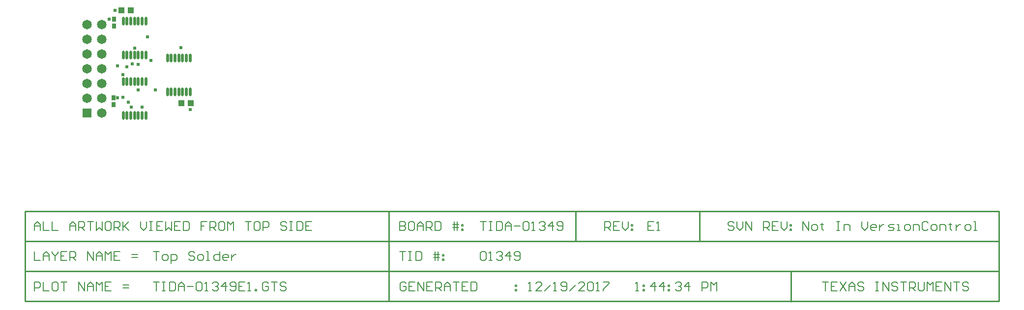
<source format=gts>
G04 Layer_Color=8388736*
%FSAX25Y25*%
%MOIN*%
G70*
G01*
G75*
%ADD14C,0.00800*%
%ADD16C,0.01000*%
%ADD27O,0.02165X0.05905*%
%ADD28R,0.04331X0.04134*%
%ADD29R,0.02756X0.03543*%
%ADD30C,0.06496*%
%ADD31R,0.06496X0.06496*%
%ADD32C,0.02394*%
G54D14*
X0126900Y0073549D02*
X0130899D01*
X0128899D01*
Y0067551D01*
X0133898D02*
X0135897D01*
X0136897Y0068550D01*
Y0070550D01*
X0135897Y0071549D01*
X0133898D01*
X0132898Y0070550D01*
Y0068550D01*
X0133898Y0067551D01*
X0138896Y0065551D02*
Y0071549D01*
X0141895D01*
X0142895Y0070550D01*
Y0068550D01*
X0141895Y0067551D01*
X0138896D01*
X0154891Y0072549D02*
X0153891Y0073549D01*
X0151892D01*
X0150892Y0072549D01*
Y0071549D01*
X0151892Y0070550D01*
X0153891D01*
X0154891Y0069550D01*
Y0068550D01*
X0153891Y0067551D01*
X0151892D01*
X0150892Y0068550D01*
X0157890Y0067551D02*
X0159889D01*
X0160889Y0068550D01*
Y0070550D01*
X0159889Y0071549D01*
X0157890D01*
X0156890Y0070550D01*
Y0068550D01*
X0157890Y0067551D01*
X0162888D02*
X0164888D01*
X0163888D01*
Y0073549D01*
X0162888D01*
X0171885D02*
Y0067551D01*
X0168886D01*
X0167887Y0068550D01*
Y0070550D01*
X0168886Y0071549D01*
X0171885D01*
X0176884Y0067551D02*
X0174884D01*
X0173885Y0068550D01*
Y0070550D01*
X0174884Y0071549D01*
X0176884D01*
X0177884Y0070550D01*
Y0069550D01*
X0173885D01*
X0179883Y0071549D02*
Y0067551D01*
Y0069550D01*
X0180883Y0070550D01*
X0181882Y0071549D01*
X0182882D01*
X0126900Y0073549D02*
X0130899D01*
X0128899D01*
Y0067551D01*
X0133898D02*
X0135897D01*
X0136897Y0068550D01*
Y0070550D01*
X0135897Y0071549D01*
X0133898D01*
X0132898Y0070550D01*
Y0068550D01*
X0133898Y0067551D01*
X0138896Y0065551D02*
Y0071549D01*
X0141895D01*
X0142895Y0070550D01*
Y0068550D01*
X0141895Y0067551D01*
X0138896D01*
X0154891Y0072549D02*
X0153891Y0073549D01*
X0151892D01*
X0150892Y0072549D01*
Y0071549D01*
X0151892Y0070550D01*
X0153891D01*
X0154891Y0069550D01*
Y0068550D01*
X0153891Y0067551D01*
X0151892D01*
X0150892Y0068550D01*
X0157890Y0067551D02*
X0159889D01*
X0160889Y0068550D01*
Y0070550D01*
X0159889Y0071549D01*
X0157890D01*
X0156890Y0070550D01*
Y0068550D01*
X0157890Y0067551D01*
X0162888D02*
X0164888D01*
X0163888D01*
Y0073549D01*
X0162888D01*
X0171885D02*
Y0067551D01*
X0168886D01*
X0167887Y0068550D01*
Y0070550D01*
X0168886Y0071549D01*
X0171885D01*
X0176884Y0067551D02*
X0174884D01*
X0173885Y0068550D01*
Y0070550D01*
X0174884Y0071549D01*
X0176884D01*
X0177884Y0070550D01*
Y0069550D01*
X0173885D01*
X0179883Y0071549D02*
Y0067551D01*
Y0069550D01*
X0180883Y0070550D01*
X0181882Y0071549D01*
X0182882D01*
X0567400Y0087833D02*
Y0093831D01*
X0571399Y0087833D01*
Y0093831D01*
X0574398Y0087833D02*
X0576397D01*
X0577397Y0088833D01*
Y0090832D01*
X0576397Y0091832D01*
X0574398D01*
X0573398Y0090832D01*
Y0088833D01*
X0574398Y0087833D01*
X0580396Y0092832D02*
Y0091832D01*
X0579396D01*
X0581395D01*
X0580396D01*
Y0088833D01*
X0581395Y0087833D01*
X0590393Y0093831D02*
X0592392D01*
X0591392D01*
Y0087833D01*
X0590393D01*
X0592392D01*
X0595391D02*
Y0091832D01*
X0598390D01*
X0599390Y0090832D01*
Y0087833D01*
X0607387Y0093831D02*
Y0089833D01*
X0609386Y0087833D01*
X0611386Y0089833D01*
Y0093831D01*
X0616384Y0087833D02*
X0614385D01*
X0613385Y0088833D01*
Y0090832D01*
X0614385Y0091832D01*
X0616384D01*
X0617384Y0090832D01*
Y0089833D01*
X0613385D01*
X0619383Y0091832D02*
Y0087833D01*
Y0089833D01*
X0620383Y0090832D01*
X0621383Y0091832D01*
X0622382D01*
X0625381Y0087833D02*
X0628380D01*
X0629380Y0088833D01*
X0628380Y0089833D01*
X0626381D01*
X0625381Y0090832D01*
X0626381Y0091832D01*
X0629380D01*
X0631379Y0087833D02*
X0633379D01*
X0632379D01*
Y0091832D01*
X0631379D01*
X0637377Y0087833D02*
X0639377D01*
X0640376Y0088833D01*
Y0090832D01*
X0639377Y0091832D01*
X0637377D01*
X0636378Y0090832D01*
Y0088833D01*
X0637377Y0087833D01*
X0642376D02*
Y0091832D01*
X0645375D01*
X0646374Y0090832D01*
Y0087833D01*
X0652373Y0092832D02*
X0651373Y0093831D01*
X0649373D01*
X0648374Y0092832D01*
Y0088833D01*
X0649373Y0087833D01*
X0651373D01*
X0652373Y0088833D01*
X0655372Y0087833D02*
X0657371D01*
X0658371Y0088833D01*
Y0090832D01*
X0657371Y0091832D01*
X0655372D01*
X0654372Y0090832D01*
Y0088833D01*
X0655372Y0087833D01*
X0660370D02*
Y0091832D01*
X0663369D01*
X0664369Y0090832D01*
Y0087833D01*
X0667368Y0092832D02*
Y0091832D01*
X0666368D01*
X0668367D01*
X0667368D01*
Y0088833D01*
X0668367Y0087833D01*
X0671366Y0091832D02*
Y0087833D01*
Y0089833D01*
X0672366Y0090832D01*
X0673366Y0091832D01*
X0674365D01*
X0678364Y0087833D02*
X0680364D01*
X0681363Y0088833D01*
Y0090832D01*
X0680364Y0091832D01*
X0678364D01*
X0677364Y0090832D01*
Y0088833D01*
X0678364Y0087833D01*
X0683362D02*
X0685362D01*
X0684362D01*
Y0093831D01*
X0683362D01*
X0520799Y0092832D02*
X0519799Y0093831D01*
X0517800D01*
X0516800Y0092832D01*
Y0091832D01*
X0517800Y0090832D01*
X0519799D01*
X0520799Y0089833D01*
Y0088833D01*
X0519799Y0087833D01*
X0517800D01*
X0516800Y0088833D01*
X0522798Y0093831D02*
Y0089833D01*
X0524797Y0087833D01*
X0526797Y0089833D01*
Y0093831D01*
X0528796Y0087833D02*
Y0093831D01*
X0532795Y0087833D01*
Y0093831D01*
X0540792Y0087833D02*
Y0093831D01*
X0543791D01*
X0544791Y0092832D01*
Y0090832D01*
X0543791Y0089833D01*
X0540792D01*
X0542792D02*
X0544791Y0087833D01*
X0550789Y0093831D02*
X0546790D01*
Y0087833D01*
X0550789D01*
X0546790Y0090832D02*
X0548790D01*
X0552788Y0093831D02*
Y0089833D01*
X0554788Y0087833D01*
X0556787Y0089833D01*
Y0093831D01*
X0558786Y0091832D02*
X0559786D01*
Y0090832D01*
X0558786D01*
Y0091832D01*
Y0088833D02*
X0559786D01*
Y0087833D01*
X0558786D01*
Y0088833D01*
X0433000Y0087833D02*
Y0093831D01*
X0435999D01*
X0436999Y0092832D01*
Y0090832D01*
X0435999Y0089833D01*
X0433000D01*
X0434999D02*
X0436999Y0087833D01*
X0442997Y0093831D02*
X0438998D01*
Y0087833D01*
X0442997D01*
X0438998Y0090832D02*
X0440997D01*
X0444996Y0093831D02*
Y0089833D01*
X0446995Y0087833D01*
X0448995Y0089833D01*
Y0093831D01*
X0450994Y0091832D02*
X0451994D01*
Y0090832D01*
X0450994D01*
Y0091832D01*
Y0088833D02*
X0451994D01*
Y0087833D01*
X0450994D01*
Y0088833D01*
X0126900Y0052965D02*
X0130899D01*
X0128899D01*
Y0046966D01*
X0132898Y0052965D02*
X0134897D01*
X0133898D01*
Y0046966D01*
X0132898D01*
X0134897D01*
X0137896Y0052965D02*
Y0046966D01*
X0140895D01*
X0141895Y0047966D01*
Y0051965D01*
X0140895Y0052965D01*
X0137896D01*
X0143895Y0046966D02*
Y0050965D01*
X0145894Y0052965D01*
X0147893Y0050965D01*
Y0046966D01*
Y0049966D01*
X0143895D01*
X0149893D02*
X0153891D01*
X0155891Y0051965D02*
X0156890Y0052965D01*
X0158890D01*
X0159889Y0051965D01*
Y0047966D01*
X0158890Y0046966D01*
X0156890D01*
X0155891Y0047966D01*
Y0051965D01*
X0161889Y0046966D02*
X0163888D01*
X0162888D01*
Y0052965D01*
X0161889Y0051965D01*
X0166887D02*
X0167887Y0052965D01*
X0169886D01*
X0170886Y0051965D01*
Y0050965D01*
X0169886Y0049966D01*
X0168886D01*
X0169886D01*
X0170886Y0048966D01*
Y0047966D01*
X0169886Y0046966D01*
X0167887D01*
X0166887Y0047966D01*
X0175884Y0046966D02*
Y0052965D01*
X0172885Y0049966D01*
X0176884D01*
X0178883Y0047966D02*
X0179883Y0046966D01*
X0181882D01*
X0182882Y0047966D01*
Y0051965D01*
X0181882Y0052965D01*
X0179883D01*
X0178883Y0051965D01*
Y0050965D01*
X0179883Y0049966D01*
X0182882D01*
X0188880Y0052965D02*
X0184881D01*
Y0046966D01*
X0188880D01*
X0184881Y0049966D02*
X0186881D01*
X0190879Y0046966D02*
X0192879D01*
X0191879D01*
Y0052965D01*
X0190879Y0051965D01*
X0195878Y0046966D02*
Y0047966D01*
X0196877D01*
Y0046966D01*
X0195878D01*
X0204875Y0051965D02*
X0203875Y0052965D01*
X0201876D01*
X0200876Y0051965D01*
Y0047966D01*
X0201876Y0046966D01*
X0203875D01*
X0204875Y0047966D01*
Y0049966D01*
X0202875D01*
X0206874Y0052965D02*
X0210873D01*
X0208874D01*
Y0046966D01*
X0216871Y0051965D02*
X0215871Y0052965D01*
X0213872D01*
X0212872Y0051965D01*
Y0050965D01*
X0213872Y0049966D01*
X0215871D01*
X0216871Y0048966D01*
Y0047966D01*
X0215871Y0046966D01*
X0213872D01*
X0212872Y0047966D01*
X0381150Y0046966D02*
X0383149D01*
X0382150D01*
Y0052965D01*
X0381150Y0051965D01*
X0390147Y0046966D02*
X0386148D01*
X0390147Y0050965D01*
Y0051965D01*
X0389147Y0052965D01*
X0387148D01*
X0386148Y0051965D01*
X0392146Y0046966D02*
X0396145Y0050965D01*
X0398145Y0046966D02*
X0400144D01*
X0399144D01*
Y0052965D01*
X0398145Y0051965D01*
X0403143Y0047966D02*
X0404143Y0046966D01*
X0406142D01*
X0407142Y0047966D01*
Y0051965D01*
X0406142Y0052965D01*
X0404143D01*
X0403143Y0051965D01*
Y0050965D01*
X0404143Y0049966D01*
X0407142D01*
X0409141Y0046966D02*
X0413140Y0050965D01*
X0419138Y0046966D02*
X0415139D01*
X0419138Y0050965D01*
Y0051965D01*
X0418138Y0052965D01*
X0416139D01*
X0415139Y0051965D01*
X0421137D02*
X0422137Y0052965D01*
X0424136D01*
X0425136Y0051965D01*
Y0047966D01*
X0424136Y0046966D01*
X0422137D01*
X0421137Y0047966D01*
Y0051965D01*
X0427135Y0046966D02*
X0429135D01*
X0428135D01*
Y0052965D01*
X0427135Y0051965D01*
X0432133Y0052965D02*
X0436132D01*
Y0051965D01*
X0432133Y0047966D01*
Y0046966D01*
X0298199Y0051965D02*
X0297199Y0052965D01*
X0295200D01*
X0294200Y0051965D01*
Y0047966D01*
X0295200Y0046966D01*
X0297199D01*
X0298199Y0047966D01*
Y0049966D01*
X0296199D01*
X0304197Y0052965D02*
X0300198D01*
Y0046966D01*
X0304197D01*
X0300198Y0049966D02*
X0302197D01*
X0306196Y0046966D02*
Y0052965D01*
X0310195Y0046966D01*
Y0052965D01*
X0316193D02*
X0312194D01*
Y0046966D01*
X0316193D01*
X0312194Y0049966D02*
X0314194D01*
X0318192Y0046966D02*
Y0052965D01*
X0321191D01*
X0322191Y0051965D01*
Y0049966D01*
X0321191Y0048966D01*
X0318192D01*
X0320192D02*
X0322191Y0046966D01*
X0324190D02*
Y0050965D01*
X0326190Y0052965D01*
X0328189Y0050965D01*
Y0046966D01*
Y0049966D01*
X0324190D01*
X0330188Y0052965D02*
X0334187D01*
X0332188D01*
Y0046966D01*
X0340185Y0052965D02*
X0336186D01*
Y0046966D01*
X0340185D01*
X0336186Y0049966D02*
X0338186D01*
X0342184Y0052965D02*
Y0046966D01*
X0345183D01*
X0346183Y0047966D01*
Y0051965D01*
X0345183Y0052965D01*
X0342184D01*
X0372175Y0050965D02*
X0373175D01*
Y0049966D01*
X0372175D01*
Y0050965D01*
Y0047966D02*
X0373175D01*
Y0046966D01*
X0372175D01*
Y0047966D01*
X0046350Y0087833D02*
Y0091832D01*
X0048349Y0093831D01*
X0050349Y0091832D01*
Y0087833D01*
Y0090832D01*
X0046350D01*
X0052348Y0093831D02*
Y0087833D01*
X0056347D01*
X0058346Y0093831D02*
Y0087833D01*
X0062345D01*
X0070342D02*
Y0091832D01*
X0072342Y0093831D01*
X0074341Y0091832D01*
Y0087833D01*
Y0090832D01*
X0070342D01*
X0076340Y0087833D02*
Y0093831D01*
X0079339D01*
X0080339Y0092832D01*
Y0090832D01*
X0079339Y0089833D01*
X0076340D01*
X0078340D02*
X0080339Y0087833D01*
X0082338Y0093831D02*
X0086337D01*
X0084338D01*
Y0087833D01*
X0088336Y0093831D02*
Y0087833D01*
X0090336Y0089833D01*
X0092335Y0087833D01*
Y0093831D01*
X0097334D02*
X0095334D01*
X0094335Y0092832D01*
Y0088833D01*
X0095334Y0087833D01*
X0097334D01*
X0098333Y0088833D01*
Y0092832D01*
X0097334Y0093831D01*
X0100332Y0087833D02*
Y0093831D01*
X0103332D01*
X0104331Y0092832D01*
Y0090832D01*
X0103332Y0089833D01*
X0100332D01*
X0102332D02*
X0104331Y0087833D01*
X0106331Y0093831D02*
Y0087833D01*
Y0089833D01*
X0110329Y0093831D01*
X0107330Y0090832D01*
X0110329Y0087833D01*
X0118327Y0093831D02*
Y0089833D01*
X0120326Y0087833D01*
X0122325Y0089833D01*
Y0093831D01*
X0124325D02*
X0126324D01*
X0125324D01*
Y0087833D01*
X0124325D01*
X0126324D01*
X0133322Y0093831D02*
X0129323D01*
Y0087833D01*
X0133322D01*
X0129323Y0090832D02*
X0131323D01*
X0135321Y0093831D02*
Y0087833D01*
X0137321Y0089833D01*
X0139320Y0087833D01*
Y0093831D01*
X0145318D02*
X0141319D01*
Y0087833D01*
X0145318D01*
X0141319Y0090832D02*
X0143319D01*
X0147317Y0093831D02*
Y0087833D01*
X0150316D01*
X0151316Y0088833D01*
Y0092832D01*
X0150316Y0093831D01*
X0147317D01*
X0163312D02*
X0159313D01*
Y0090832D01*
X0161313D01*
X0159313D01*
Y0087833D01*
X0165312D02*
Y0093831D01*
X0168310D01*
X0169310Y0092832D01*
Y0090832D01*
X0168310Y0089833D01*
X0165312D01*
X0167311D02*
X0169310Y0087833D01*
X0174309Y0093831D02*
X0172309D01*
X0171310Y0092832D01*
Y0088833D01*
X0172309Y0087833D01*
X0174309D01*
X0175308Y0088833D01*
Y0092832D01*
X0174309Y0093831D01*
X0177308Y0087833D02*
Y0093831D01*
X0179307Y0091832D01*
X0181306Y0093831D01*
Y0087833D01*
X0189304Y0093831D02*
X0193303D01*
X0191303D01*
Y0087833D01*
X0198301Y0093831D02*
X0196301D01*
X0195302Y0092832D01*
Y0088833D01*
X0196301Y0087833D01*
X0198301D01*
X0199301Y0088833D01*
Y0092832D01*
X0198301Y0093831D01*
X0201300Y0087833D02*
Y0093831D01*
X0204299D01*
X0205299Y0092832D01*
Y0090832D01*
X0204299Y0089833D01*
X0201300D01*
X0217295Y0092832D02*
X0216295Y0093831D01*
X0214296D01*
X0213296Y0092832D01*
Y0091832D01*
X0214296Y0090832D01*
X0216295D01*
X0217295Y0089833D01*
Y0088833D01*
X0216295Y0087833D01*
X0214296D01*
X0213296Y0088833D01*
X0219294Y0093831D02*
X0221293D01*
X0220294D01*
Y0087833D01*
X0219294D01*
X0221293D01*
X0224292Y0093831D02*
Y0087833D01*
X0227291D01*
X0228291Y0088833D01*
Y0092832D01*
X0227291Y0093831D01*
X0224292D01*
X0234289D02*
X0230291D01*
Y0087833D01*
X0234289D01*
X0230291Y0090832D02*
X0232290D01*
X0466149Y0093831D02*
X0462150D01*
Y0087833D01*
X0466149D01*
X0462150Y0090832D02*
X0464149D01*
X0468148Y0087833D02*
X0470147D01*
X0469148D01*
Y0093831D01*
X0468148Y0092832D01*
X0348550Y0093831D02*
X0352549D01*
X0350549D01*
Y0087833D01*
X0354548Y0093831D02*
X0356547D01*
X0355548D01*
Y0087833D01*
X0354548D01*
X0356547D01*
X0359546Y0093831D02*
Y0087833D01*
X0362545D01*
X0363545Y0088833D01*
Y0092832D01*
X0362545Y0093831D01*
X0359546D01*
X0365545Y0087833D02*
Y0091832D01*
X0367544Y0093831D01*
X0369543Y0091832D01*
Y0087833D01*
Y0090832D01*
X0365545D01*
X0371543D02*
X0375541D01*
X0377541Y0092832D02*
X0378540Y0093831D01*
X0380540D01*
X0381539Y0092832D01*
Y0088833D01*
X0380540Y0087833D01*
X0378540D01*
X0377541Y0088833D01*
Y0092832D01*
X0383539Y0087833D02*
X0385538D01*
X0384538D01*
Y0093831D01*
X0383539Y0092832D01*
X0388537D02*
X0389537Y0093831D01*
X0391536D01*
X0392536Y0092832D01*
Y0091832D01*
X0391536Y0090832D01*
X0390536D01*
X0391536D01*
X0392536Y0089833D01*
Y0088833D01*
X0391536Y0087833D01*
X0389537D01*
X0388537Y0088833D01*
X0397534Y0087833D02*
Y0093831D01*
X0394535Y0090832D01*
X0398534D01*
X0400533Y0088833D02*
X0401533Y0087833D01*
X0403532D01*
X0404532Y0088833D01*
Y0092832D01*
X0403532Y0093831D01*
X0401533D01*
X0400533Y0092832D01*
Y0091832D01*
X0401533Y0090832D01*
X0404532D01*
X0294000Y0093831D02*
Y0087833D01*
X0296999D01*
X0297999Y0088833D01*
Y0089833D01*
X0296999Y0090832D01*
X0294000D01*
X0296999D01*
X0297999Y0091832D01*
Y0092832D01*
X0296999Y0093831D01*
X0294000D01*
X0302997D02*
X0300998D01*
X0299998Y0092832D01*
Y0088833D01*
X0300998Y0087833D01*
X0302997D01*
X0303997Y0088833D01*
Y0092832D01*
X0302997Y0093831D01*
X0305996Y0087833D02*
Y0091832D01*
X0307996Y0093831D01*
X0309995Y0091832D01*
Y0087833D01*
Y0090832D01*
X0305996D01*
X0311994Y0087833D02*
Y0093831D01*
X0314993D01*
X0315993Y0092832D01*
Y0090832D01*
X0314993Y0089833D01*
X0311994D01*
X0313994D02*
X0315993Y0087833D01*
X0317992Y0093831D02*
Y0087833D01*
X0320991D01*
X0321991Y0088833D01*
Y0092832D01*
X0320991Y0093831D01*
X0317992D01*
X0330988Y0087833D02*
Y0093831D01*
X0332987D02*
Y0087833D01*
X0329988Y0091832D02*
X0332987D01*
X0333987D01*
X0329988Y0089833D02*
X0333987D01*
X0335986Y0091832D02*
X0336986D01*
Y0090832D01*
X0335986D01*
Y0091832D01*
Y0088833D02*
X0336986D01*
Y0087833D01*
X0335986D01*
Y0088833D01*
X0046350Y0073549D02*
Y0067551D01*
X0050349D01*
X0052348D02*
Y0071549D01*
X0054347Y0073549D01*
X0056347Y0071549D01*
Y0067551D01*
Y0070550D01*
X0052348D01*
X0058346Y0073549D02*
Y0072549D01*
X0060346Y0070550D01*
X0062345Y0072549D01*
Y0073549D01*
X0060346Y0070550D02*
Y0067551D01*
X0068343Y0073549D02*
X0064344D01*
Y0067551D01*
X0068343D01*
X0064344Y0070550D02*
X0066343D01*
X0070342Y0067551D02*
Y0073549D01*
X0073341D01*
X0074341Y0072549D01*
Y0070550D01*
X0073341Y0069550D01*
X0070342D01*
X0072342D02*
X0074341Y0067551D01*
X0082338D02*
Y0073549D01*
X0086337Y0067551D01*
Y0073549D01*
X0088336Y0067551D02*
Y0071549D01*
X0090336Y0073549D01*
X0092335Y0071549D01*
Y0067551D01*
Y0070550D01*
X0088336D01*
X0094335Y0067551D02*
Y0073549D01*
X0096334Y0071549D01*
X0098333Y0073549D01*
Y0067551D01*
X0104331Y0073549D02*
X0100332D01*
Y0067551D01*
X0104331D01*
X0100332Y0070550D02*
X0102332D01*
X0112329Y0069550D02*
X0116327D01*
X0112329Y0071549D02*
X0116327D01*
X0046350Y0046966D02*
Y0052965D01*
X0049349D01*
X0050349Y0051965D01*
Y0049966D01*
X0049349Y0048966D01*
X0046350D01*
X0052348Y0052965D02*
Y0046966D01*
X0056347D01*
X0061345Y0052965D02*
X0059346D01*
X0058346Y0051965D01*
Y0047966D01*
X0059346Y0046966D01*
X0061345D01*
X0062345Y0047966D01*
Y0051965D01*
X0061345Y0052965D01*
X0064344D02*
X0068343D01*
X0066343D01*
Y0046966D01*
X0076340D02*
Y0052965D01*
X0080339Y0046966D01*
Y0052965D01*
X0082338Y0046966D02*
Y0050965D01*
X0084338Y0052965D01*
X0086337Y0050965D01*
Y0046966D01*
Y0049966D01*
X0082338D01*
X0088336Y0046966D02*
Y0052965D01*
X0090336Y0050965D01*
X0092335Y0052965D01*
Y0046966D01*
X0098333Y0052965D02*
X0094335D01*
Y0046966D01*
X0098333D01*
X0094335Y0049966D02*
X0096334D01*
X0106331Y0048966D02*
X0110329D01*
X0106331Y0050965D02*
X0110329D01*
X0454050Y0046966D02*
X0456049D01*
X0455050D01*
Y0052965D01*
X0454050Y0051965D01*
X0459048Y0050965D02*
X0460048D01*
Y0049966D01*
X0459048D01*
Y0050965D01*
Y0047966D02*
X0460048D01*
Y0046966D01*
X0459048D01*
Y0047966D01*
X0467046Y0046966D02*
Y0052965D01*
X0464047Y0049966D01*
X0468046D01*
X0473044Y0046966D02*
Y0052965D01*
X0470045Y0049966D01*
X0474044D01*
X0476043Y0050965D02*
X0477043D01*
Y0049966D01*
X0476043D01*
Y0050965D01*
Y0047966D02*
X0477043D01*
Y0046966D01*
X0476043D01*
Y0047966D01*
X0481041Y0051965D02*
X0482041Y0052965D01*
X0484040D01*
X0485040Y0051965D01*
Y0050965D01*
X0484040Y0049966D01*
X0483041D01*
X0484040D01*
X0485040Y0048966D01*
Y0047966D01*
X0484040Y0046966D01*
X0482041D01*
X0481041Y0047966D01*
X0490038Y0046966D02*
Y0052965D01*
X0487039Y0049966D01*
X0491038D01*
X0499035Y0046966D02*
Y0052965D01*
X0502035D01*
X0503034Y0051965D01*
Y0049966D01*
X0502035Y0048966D01*
X0499035D01*
X0505033Y0046966D02*
Y0052965D01*
X0507033Y0050965D01*
X0509032Y0052965D01*
Y0046966D01*
X0580500Y0052965D02*
X0584499D01*
X0582499D01*
Y0046966D01*
X0590497Y0052965D02*
X0586498D01*
Y0046966D01*
X0590497D01*
X0586498Y0049966D02*
X0588497D01*
X0592496Y0052965D02*
X0596495Y0046966D01*
Y0052965D02*
X0592496Y0046966D01*
X0598494D02*
Y0050965D01*
X0600493Y0052965D01*
X0602493Y0050965D01*
Y0046966D01*
Y0049966D01*
X0598494D01*
X0608491Y0051965D02*
X0607491Y0052965D01*
X0605492D01*
X0604492Y0051965D01*
Y0050965D01*
X0605492Y0049966D01*
X0607491D01*
X0608491Y0048966D01*
Y0047966D01*
X0607491Y0046966D01*
X0605492D01*
X0604492Y0047966D01*
X0616488Y0052965D02*
X0618488D01*
X0617488D01*
Y0046966D01*
X0616488D01*
X0618488D01*
X0621487D02*
Y0052965D01*
X0625486Y0046966D01*
Y0052965D01*
X0631484Y0051965D02*
X0630484Y0052965D01*
X0628484D01*
X0627485Y0051965D01*
Y0050965D01*
X0628484Y0049966D01*
X0630484D01*
X0631484Y0048966D01*
Y0047966D01*
X0630484Y0046966D01*
X0628484D01*
X0627485Y0047966D01*
X0633483Y0052965D02*
X0637482D01*
X0635482D01*
Y0046966D01*
X0639481D02*
Y0052965D01*
X0642480D01*
X0643480Y0051965D01*
Y0049966D01*
X0642480Y0048966D01*
X0639481D01*
X0641480D02*
X0643480Y0046966D01*
X0645479Y0052965D02*
Y0047966D01*
X0646479Y0046966D01*
X0648478D01*
X0649478Y0047966D01*
Y0052965D01*
X0651477Y0046966D02*
Y0052965D01*
X0653476Y0050965D01*
X0655476Y0052965D01*
Y0046966D01*
X0661474Y0052965D02*
X0657475D01*
Y0046966D01*
X0661474D01*
X0657475Y0049966D02*
X0659474D01*
X0663473Y0046966D02*
Y0052965D01*
X0667472Y0046966D01*
Y0052965D01*
X0669471D02*
X0673470D01*
X0671471D01*
Y0046966D01*
X0679468Y0051965D02*
X0678468Y0052965D01*
X0676469D01*
X0675469Y0051965D01*
Y0050965D01*
X0676469Y0049966D01*
X0678468D01*
X0679468Y0048966D01*
Y0047966D01*
X0678468Y0046966D01*
X0676469D01*
X0675469Y0047966D01*
X0294000Y0073498D02*
X0297999D01*
X0295999D01*
Y0067500D01*
X0299998Y0073498D02*
X0301997D01*
X0300998D01*
Y0067500D01*
X0299998D01*
X0301997D01*
X0304996Y0073498D02*
Y0067500D01*
X0307996D01*
X0308995Y0068500D01*
Y0072498D01*
X0307996Y0073498D01*
X0304996D01*
X0317992Y0067500D02*
Y0073498D01*
X0319992D02*
Y0067500D01*
X0316993Y0071499D02*
X0319992D01*
X0320991D01*
X0316993Y0069499D02*
X0320991D01*
X0322991Y0071499D02*
X0323990D01*
Y0070499D01*
X0322991D01*
Y0071499D01*
Y0068500D02*
X0323990D01*
Y0067500D01*
X0322991D01*
Y0068500D01*
X0348550Y0072498D02*
X0349550Y0073498D01*
X0351549D01*
X0352549Y0072498D01*
Y0068500D01*
X0351549Y0067500D01*
X0349550D01*
X0348550Y0068500D01*
Y0072498D01*
X0354548Y0067500D02*
X0356547D01*
X0355548D01*
Y0073498D01*
X0354548Y0072498D01*
X0359546D02*
X0360546Y0073498D01*
X0362545D01*
X0363545Y0072498D01*
Y0071499D01*
X0362545Y0070499D01*
X0361546D01*
X0362545D01*
X0363545Y0069499D01*
Y0068500D01*
X0362545Y0067500D01*
X0360546D01*
X0359546Y0068500D01*
X0368544Y0067500D02*
Y0073498D01*
X0365545Y0070499D01*
X0369543D01*
X0371543Y0068500D02*
X0372542Y0067500D01*
X0374542D01*
X0375541Y0068500D01*
Y0072498D01*
X0374542Y0073498D01*
X0372542D01*
X0371543Y0072498D01*
Y0071499D01*
X0372542Y0070499D01*
X0375541D01*
G54D16*
X0497200Y0080717D02*
Y0101050D01*
X0413200Y0080717D02*
Y0101050D01*
X0040000Y0080717D02*
X0700200D01*
X0040000Y0060383D02*
X0700000D01*
X0040000Y0040050D02*
X0440500D01*
X0040050Y0101050D02*
X0700200D01*
X0040050Y0040050D02*
Y0101050D01*
Y0040050D02*
X0197600D01*
X0040000D02*
Y0101050D01*
X0286500Y0040050D02*
Y0101050D01*
X0700200Y0040050D02*
Y0101050D01*
X0440500Y0040050D02*
X0700200D01*
X0559400Y0039400D02*
Y0059683D01*
G54D27*
X0121877Y0230014D02*
D03*
X0119318D02*
D03*
X0116759D02*
D03*
X0114200D02*
D03*
X0111641D02*
D03*
X0109082D02*
D03*
X0106523D02*
D03*
X0121877Y0206786D02*
D03*
X0119318D02*
D03*
X0116759D02*
D03*
X0114200D02*
D03*
X0111641D02*
D03*
X0109082D02*
D03*
X0106523D02*
D03*
X0121877Y0189014D02*
D03*
X0119318D02*
D03*
X0116759D02*
D03*
X0114200D02*
D03*
X0111641D02*
D03*
X0109082D02*
D03*
X0106523D02*
D03*
X0121877Y0165786D02*
D03*
X0119318D02*
D03*
X0116759D02*
D03*
X0114200D02*
D03*
X0111641D02*
D03*
X0109082D02*
D03*
X0106523D02*
D03*
X0136523Y0181786D02*
D03*
X0139082D02*
D03*
X0141641D02*
D03*
X0144200D02*
D03*
X0146759D02*
D03*
X0149318D02*
D03*
X0151877D02*
D03*
X0136523Y0205014D02*
D03*
X0139082D02*
D03*
X0141641D02*
D03*
X0144200D02*
D03*
X0146759D02*
D03*
X0149318D02*
D03*
X0151877D02*
D03*
G54D28*
X0105250Y0237300D02*
D03*
X0111550D02*
D03*
X0152150Y0174100D02*
D03*
X0145850D02*
D03*
G54D29*
X0100300Y0226438D02*
D03*
Y0231162D02*
D03*
X0099900Y0173238D02*
D03*
Y0177962D02*
D03*
G54D30*
X0092000Y0227400D02*
D03*
Y0217400D02*
D03*
Y0207400D02*
D03*
Y0197400D02*
D03*
Y0187400D02*
D03*
Y0177400D02*
D03*
Y0167400D02*
D03*
X0082000Y0227400D02*
D03*
Y0217400D02*
D03*
Y0207400D02*
D03*
Y0197400D02*
D03*
Y0187400D02*
D03*
Y0177400D02*
D03*
G54D31*
Y0167400D02*
D03*
G54D32*
X0128400Y0183200D02*
D03*
X0116700Y0183300D02*
D03*
X0112100Y0171400D02*
D03*
X0097038Y0231162D02*
D03*
X0102700Y0199500D02*
D03*
X0125362Y0203338D02*
D03*
X0116759Y0200459D02*
D03*
X0119300Y0171500D02*
D03*
X0145500Y0211800D02*
D03*
X0109082Y0198818D02*
D03*
X0112600Y0201000D02*
D03*
X0123000Y0219100D02*
D03*
X0114200Y0211500D02*
D03*
X0152100Y0170000D02*
D03*
X0106200Y0193700D02*
D03*
X0101100Y0237300D02*
D03*
X0106200Y0178300D02*
D03*
X0110000Y0175000D02*
D03*
X0102500Y0177900D02*
D03*
M02*

</source>
